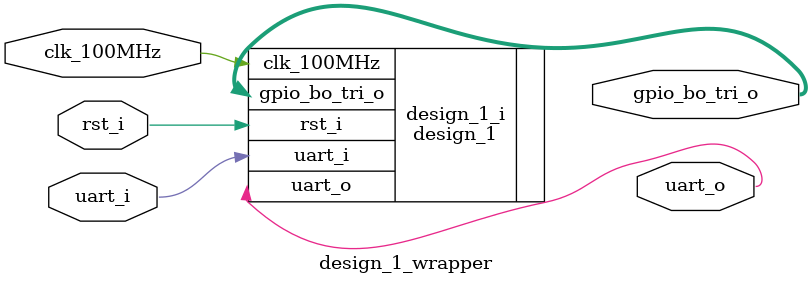
<source format=v>
`timescale 1 ps / 1 ps

module design_1_wrapper
   (clk_100MHz,
    gpio_bo_tri_o,
    rst_i,
    uart_i,
    uart_o);
  input clk_100MHz;
  output [15:0]gpio_bo_tri_o;
  input rst_i;
  input uart_i;
  output uart_o;

  wire clk_100MHz;
  wire [15:0]gpio_bo_tri_o;
  wire rst_i;
  wire uart_i;
  wire uart_o;

  design_1 design_1_i
       (.clk_100MHz(clk_100MHz),
        .gpio_bo_tri_o(gpio_bo_tri_o),
        .rst_i(rst_i),
        .uart_i(uart_i),
        .uart_o(uart_o));
endmodule

</source>
